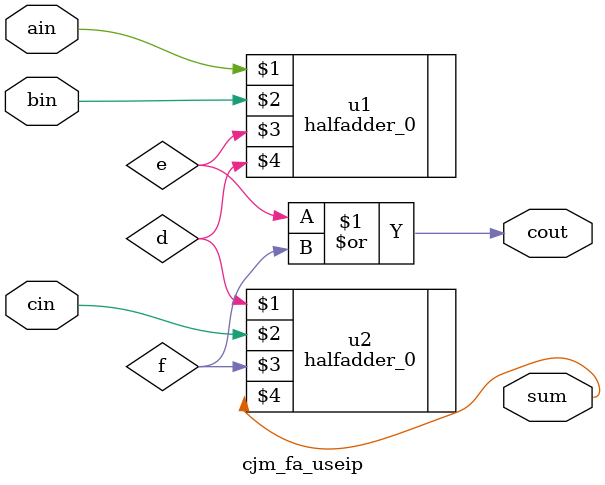
<source format=v>
`timescale 1ns / 1ps


module cjm_fa_useip(
    input ain,
    input bin,
    input cin,
    output sum,
    output cout
    );
    wire d,e,f;
    halfadder_0 u1(ain,bin,e,d);
    halfadder_0 u2(d,cin,f,sum);
    or u3(cout,e,f);
endmodule

</source>
